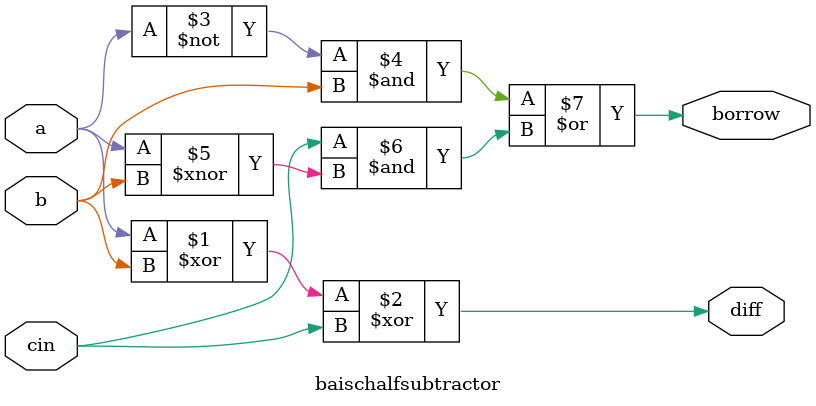
<source format=v>
`timescale 1ns / 1ps


module baischalfsubtractor(input a,b,cin,output diff ,borrow);
assign diff=a^b^cin;
assign borrow=(~a&b)|(cin&(a~^b));
endmodule

</source>
